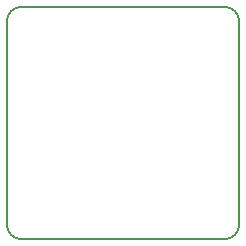
<source format=gbr>
%TF.GenerationSoftware,KiCad,Pcbnew,8.0.2*%
%TF.CreationDate,2024-05-02T20:14:49+02:00*%
%TF.ProjectId,VR-Conditioner-MAX9926+reg,56522d43-6f6e-4646-9974-696f6e65722d,3.7*%
%TF.SameCoordinates,PX68c4118PY713e7a8*%
%TF.FileFunction,Profile,NP*%
%FSLAX46Y46*%
G04 Gerber Fmt 4.6, Leading zero omitted, Abs format (unit mm)*
G04 Created by KiCad (PCBNEW 8.0.2) date 2024-05-02 20:14:49*
%MOMM*%
%LPD*%
G01*
G04 APERTURE LIST*
%TA.AperFunction,Profile*%
%ADD10C,0.150000*%
%TD*%
G04 APERTURE END LIST*
D10*
X3810000Y22225000D02*
X20955000Y22225000D01*
X22225000Y20955000D02*
X22225000Y3810000D01*
X20955000Y2540000D02*
X3810000Y2540000D01*
X2540000Y3810000D02*
X2540000Y20955000D01*
X20955000Y22225000D02*
G75*
G02*
X22225000Y20955000I0J-1270000D01*
G01*
X22225000Y3810000D02*
G75*
G02*
X20955000Y2540000I-1270000J0D01*
G01*
X3810000Y2540000D02*
G75*
G02*
X2540000Y3810000I0J1270000D01*
G01*
X2540000Y20955000D02*
G75*
G02*
X3810000Y22225000I1270000J0D01*
G01*
M02*

</source>
